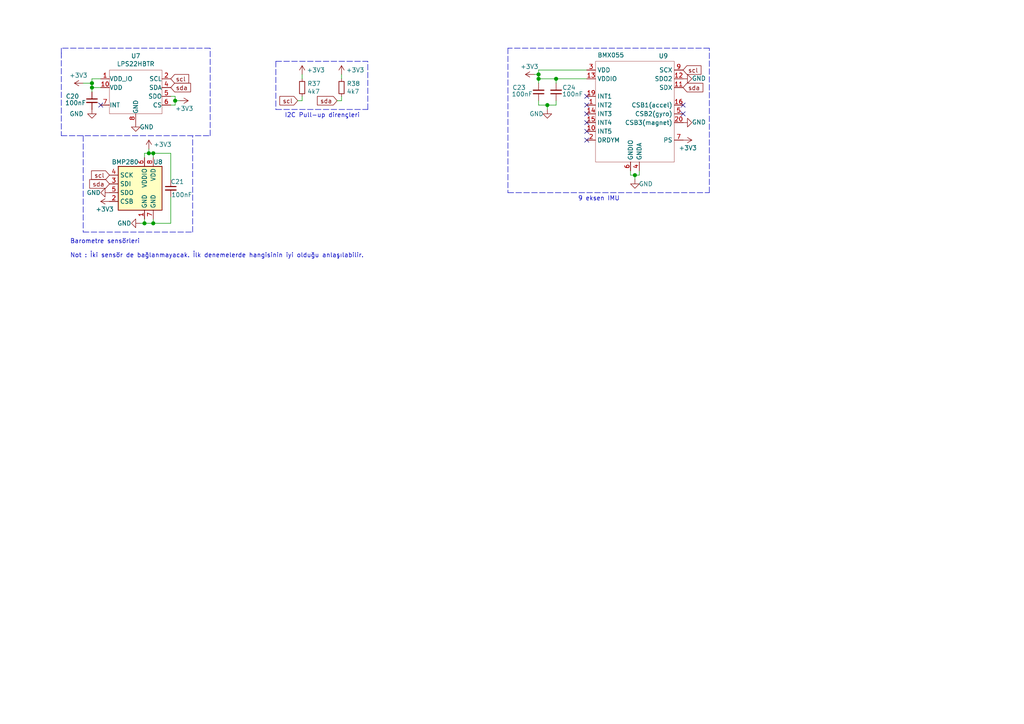
<source format=kicad_sch>
(kicad_sch (version 20201015) (generator eeschema)

  (page 1 8)

  (paper "A4")

  (lib_symbols
    (symbol "Device:C_Small" (pin_numbers hide) (pin_names (offset 0.254) hide) (in_bom yes) (on_board yes)
      (property "Reference" "C" (id 0) (at 0.254 1.778 0)
        (effects (font (size 1.27 1.27)) (justify left))
      )
      (property "Value" "C_Small" (id 1) (at 0.254 -2.032 0)
        (effects (font (size 1.27 1.27)) (justify left))
      )
      (property "Footprint" "" (id 2) (at 0 0 0)
        (effects (font (size 1.27 1.27)) hide)
      )
      (property "Datasheet" "~" (id 3) (at 0 0 0)
        (effects (font (size 1.27 1.27)) hide)
      )
      (property "ki_keywords" "capacitor cap" (id 4) (at 0 0 0)
        (effects (font (size 1.27 1.27)) hide)
      )
      (property "ki_description" "Unpolarized capacitor, small symbol" (id 5) (at 0 0 0)
        (effects (font (size 1.27 1.27)) hide)
      )
      (property "ki_fp_filters" "C_*" (id 6) (at 0 0 0)
        (effects (font (size 1.27 1.27)) hide)
      )
      (symbol "C_Small_0_1"
        (polyline
          (pts
            (xy -1.524 -0.508)
            (xy 1.524 -0.508)
          )
          (stroke (width 0.3302)) (fill (type none))
        )
        (polyline
          (pts
            (xy -1.524 0.508)
            (xy 1.524 0.508)
          )
          (stroke (width 0.3048)) (fill (type none))
        )
      )
      (symbol "C_Small_1_1"
        (pin passive line (at 0 2.54 270) (length 2.032)
          (name "~" (effects (font (size 1.27 1.27))))
          (number "1" (effects (font (size 1.27 1.27))))
        )
        (pin passive line (at 0 -2.54 90) (length 2.032)
          (name "~" (effects (font (size 1.27 1.27))))
          (number "2" (effects (font (size 1.27 1.27))))
        )
      )
    )
    (symbol "Device:R_Small" (pin_numbers hide) (pin_names (offset 0.254) hide) (in_bom yes) (on_board yes)
      (property "Reference" "R" (id 0) (at 0.762 0.508 0)
        (effects (font (size 1.27 1.27)) (justify left))
      )
      (property "Value" "R_Small" (id 1) (at 0.762 -1.016 0)
        (effects (font (size 1.27 1.27)) (justify left))
      )
      (property "Footprint" "" (id 2) (at 0 0 0)
        (effects (font (size 1.27 1.27)) hide)
      )
      (property "Datasheet" "~" (id 3) (at 0 0 0)
        (effects (font (size 1.27 1.27)) hide)
      )
      (property "ki_keywords" "R resistor" (id 4) (at 0 0 0)
        (effects (font (size 1.27 1.27)) hide)
      )
      (property "ki_description" "Resistor, small symbol" (id 5) (at 0 0 0)
        (effects (font (size 1.27 1.27)) hide)
      )
      (property "ki_fp_filters" "R_*" (id 6) (at 0 0 0)
        (effects (font (size 1.27 1.27)) hide)
      )
      (symbol "R_Small_0_1"
        (rectangle (start -0.762 1.778) (end 0.762 -1.778)
          (stroke (width 0.2032)) (fill (type none))
        )
      )
      (symbol "R_Small_1_1"
        (pin passive line (at 0 2.54 270) (length 0.762)
          (name "~" (effects (font (size 1.27 1.27))))
          (number "1" (effects (font (size 1.27 1.27))))
        )
        (pin passive line (at 0 -2.54 90) (length 0.762)
          (name "~" (effects (font (size 1.27 1.27))))
          (number "2" (effects (font (size 1.27 1.27))))
        )
      )
    )
    (symbol "KiCAD_Sch_Symbols_EO:BMX055" (in_bom yes) (on_board yes)
      (property "Reference" "U" (id 0) (at 7.62 16.51 0)
        (effects (font (size 1.27 1.27)))
      )
      (property "Value" "BMX055" (id 1) (at -7.62 16.51 0)
        (effects (font (size 1.27 1.27)))
      )
      (property "Footprint" "" (id 2) (at 0 0 0)
        (effects (font (size 1.27 1.27)) hide)
      )
      (property "Datasheet" "" (id 3) (at 0 0 0)
        (effects (font (size 1.27 1.27)) hide)
      )
      (symbol "BMX055_0_0"
        (pin unspecified line (at -13.97 2.54 0) (length 2.54)
          (name "INT2" (effects (font (size 1.27 1.27))))
          (number "1" (effects (font (size 1.27 1.27))))
        )
        (pin unspecified line (at -13.97 -7.62 0) (length 2.54)
          (name "DRDYM" (effects (font (size 1.27 1.27))))
          (number "2" (effects (font (size 1.27 1.27))))
        )
        (pin unspecified line (at -13.97 12.7 0) (length 2.54)
          (name "VDD" (effects (font (size 1.27 1.27))))
          (number "3" (effects (font (size 1.27 1.27))))
        )
        (pin unspecified line (at 1.27 -16.51 90) (length 2.54)
          (name "GNDA" (effects (font (size 1.27 1.27))))
          (number "4" (effects (font (size 1.27 1.27))))
        )
        (pin unspecified line (at 13.97 0 180) (length 2.54)
          (name "CSB2(gyro)" (effects (font (size 1.27 1.27))))
          (number "5" (effects (font (size 1.27 1.27))))
        )
        (pin unspecified line (at -1.27 -16.51 90) (length 2.54)
          (name "GNDIO" (effects (font (size 1.27 1.27))))
          (number "6" (effects (font (size 1.27 1.27))))
        )
        (pin unspecified line (at 13.97 -7.62 180) (length 2.54)
          (name "PS" (effects (font (size 1.27 1.27))))
          (number "7" (effects (font (size 1.27 1.27))))
        )
        (pin unconnected line (at 0 2.54 0) (length 2.54) hide
          (name "-" (effects (font (size 1.27 1.27))))
          (number "8" (effects (font (size 1.27 1.27))))
        )
        (pin unspecified line (at 13.97 12.7 180) (length 2.54)
          (name "SCX" (effects (font (size 1.27 1.27))))
          (number "9" (effects (font (size 1.27 1.27))))
        )
        (pin unspecified line (at -13.97 -5.08 0) (length 2.54)
          (name "INT5" (effects (font (size 1.27 1.27))))
          (number "10" (effects (font (size 1.27 1.27))))
        )
        (pin unspecified line (at 13.97 7.62 180) (length 2.54)
          (name "SDX" (effects (font (size 1.27 1.27))))
          (number "11" (effects (font (size 1.27 1.27))))
        )
        (pin unspecified line (at 13.97 10.16 180) (length 2.54)
          (name "SDO2" (effects (font (size 1.27 1.27))))
          (number "12" (effects (font (size 1.27 1.27))))
        )
        (pin unspecified line (at -13.97 10.16 0) (length 2.54)
          (name "VDDIO" (effects (font (size 1.27 1.27))))
          (number "13" (effects (font (size 1.27 1.27))))
        )
        (pin unspecified line (at -13.97 0 0) (length 2.54)
          (name "INT3" (effects (font (size 1.27 1.27))))
          (number "14" (effects (font (size 1.27 1.27))))
        )
        (pin unspecified line (at -13.97 -2.54 0) (length 2.54)
          (name "INT4" (effects (font (size 1.27 1.27))))
          (number "15" (effects (font (size 1.27 1.27))))
        )
        (pin unspecified line (at 13.97 2.54 180) (length 2.54)
          (name "CSB1(accel)" (effects (font (size 1.27 1.27))))
          (number "16" (effects (font (size 1.27 1.27))))
        )
        (pin unspecified line (at 13.97 10.16 180) (length 2.54) hide
          (name "SDO1" (effects (font (size 1.27 1.27))))
          (number "17" (effects (font (size 1.27 1.27))))
        )
        (pin unconnected line (at 0 3.81 0) (length 2.54) hide
          (name "-" (effects (font (size 1.27 1.27))))
          (number "18" (effects (font (size 1.27 1.27))))
        )
        (pin unspecified line (at -13.97 5.08 0) (length 2.54)
          (name "INT1" (effects (font (size 1.27 1.27))))
          (number "19" (effects (font (size 1.27 1.27))))
        )
        (pin unspecified line (at 13.97 -2.54 180) (length 2.54)
          (name "CSB3(magnet)" (effects (font (size 1.27 1.27))))
          (number "20" (effects (font (size 1.27 1.27))))
        )
      )
      (symbol "BMX055_0_1"
        (rectangle (start -11.43 15.24) (end 11.43 -13.97)
          (stroke (width 0.0006)) (fill (type none))
        )
      )
    )
    (symbol "KiCAD_Sch_Symbols_EO:LPS22HBTR" (pin_names (offset 0.002)) (in_bom yes) (on_board yes)
      (property "Reference" "U" (id 0) (at 6.35 8.89 0)
        (effects (font (size 1.27 1.27)))
      )
      (property "Value" "LPS22HBTR" (id 1) (at -2.54 8.89 0)
        (effects (font (size 1.27 1.27)))
      )
      (property "Footprint" "" (id 2) (at 0 0 0)
        (effects (font (size 1.27 1.27)) hide)
      )
      (property "Datasheet" "" (id 3) (at 0 0 0)
        (effects (font (size 1.27 1.27)) hide)
      )
      (symbol "LPS22HBTR_0_0"
        (pin unspecified line (at -10.16 5.08 0) (length 2.54)
          (name "VDD_IO" (effects (font (size 1.27 1.27))))
          (number "1" (effects (font (size 1.27 1.27))))
        )
        (pin unspecified line (at 10.16 5.08 180) (length 2.54)
          (name "SCL" (effects (font (size 1.27 1.27))))
          (number "2" (effects (font (size 1.27 1.27))))
        )
        (pin unspecified line (at 0 -7.62 90) (length 2.54) hide
          (name "-" (effects (font (size 1.27 1.27))))
          (number "3" (effects (font (size 1.27 1.27))))
        )
        (pin unspecified line (at 10.16 2.54 180) (length 2.54)
          (name "SDA" (effects (font (size 1.27 1.27))))
          (number "4" (effects (font (size 1.27 1.27))))
        )
        (pin unspecified line (at 10.16 0 180) (length 2.54)
          (name "SDO" (effects (font (size 1.27 1.27))))
          (number "5" (effects (font (size 1.27 1.27))))
        )
        (pin unspecified line (at 10.16 -2.54 180) (length 2.54)
          (name "CS" (effects (font (size 1.27 1.27))))
          (number "6" (effects (font (size 1.27 1.27))))
        )
        (pin unspecified line (at -10.16 -2.54 0) (length 2.54)
          (name "INT" (effects (font (size 1.27 1.27))))
          (number "7" (effects (font (size 1.27 1.27))))
        )
        (pin unspecified line (at 0 -7.62 90) (length 2.54)
          (name "GND" (effects (font (size 1.27 1.27))))
          (number "8" (effects (font (size 1.27 1.27))))
        )
        (pin unspecified line (at 0 -7.62 90) (length 2.54) hide
          (name "GND" (effects (font (size 1.27 1.27))))
          (number "9" (effects (font (size 1.27 1.27))))
        )
        (pin unspecified line (at -10.16 2.54 0) (length 2.54)
          (name "VDD" (effects (font (size 1.27 1.27))))
          (number "10" (effects (font (size 1.27 1.27))))
        )
      )
      (symbol "LPS22HBTR_0_1"
        (rectangle (start -7.62 7.62) (end 7.62 -5.08)
          (stroke (width 0.0006)) (fill (type none))
        )
      )
    )
    (symbol "Sensor_Pressure:BMP280" (in_bom yes) (on_board yes)
      (property "Reference" "U" (id 0) (at -7.62 10.16 0)
        (effects (font (size 1.27 1.27)) (justify left top))
      )
      (property "Value" "BMP280" (id 1) (at 5.08 10.16 0)
        (effects (font (size 1.27 1.27)) (justify left top))
      )
      (property "Footprint" "Package_LGA:Bosch_LGA-8_2x2.5mm_P0.65mm_ClockwisePinNumbering" (id 2) (at 0 -17.78 0)
        (effects (font (size 1.27 1.27)) hide)
      )
      (property "Datasheet" "https://ae-bst.resource.bosch.com/media/_tech/media/datasheets/BST-BMP280-DS001.pdf" (id 3) (at 0 0 0)
        (effects (font (size 1.27 1.27)) hide)
      )
      (property "ki_keywords" "I2C, SPI, pressure, temperature, sensor" (id 4) (at 0 0 0)
        (effects (font (size 1.27 1.27)) hide)
      )
      (property "ki_description" "Absolute Barometric Pressure Sensor, LGA-8" (id 5) (at 0 0 0)
        (effects (font (size 1.27 1.27)) hide)
      )
      (property "ki_fp_filters" "Bosch*LGA*2x2.5mm*P0.65mm*" (id 6) (at 0 0 0)
        (effects (font (size 1.27 1.27)) hide)
      )
      (symbol "BMP280_0_1"
        (rectangle (start -7.62 -5.08) (end 5.08 7.62)
          (stroke (width 0.254)) (fill (type background))
        )
      )
      (symbol "BMP280_1_1"
        (pin power_in line (at 0 -7.62 90) (length 2.54)
          (name "GND" (effects (font (size 1.27 1.27))))
          (number "1" (effects (font (size 1.27 1.27))))
        )
        (pin input line (at -10.16 -2.54 0) (length 2.54)
          (name "CSB" (effects (font (size 1.27 1.27))))
          (number "2" (effects (font (size 1.27 1.27))))
        )
        (pin bidirectional line (at -10.16 2.54 0) (length 2.54)
          (name "SDI" (effects (font (size 1.27 1.27))))
          (number "3" (effects (font (size 1.27 1.27))))
        )
        (pin input line (at -10.16 5.08 0) (length 2.54)
          (name "SCK" (effects (font (size 1.27 1.27))))
          (number "4" (effects (font (size 1.27 1.27))))
        )
        (pin bidirectional line (at -10.16 0 0) (length 2.54)
          (name "SDO" (effects (font (size 1.27 1.27))))
          (number "5" (effects (font (size 1.27 1.27))))
        )
        (pin power_in line (at 0 10.16 270) (length 2.54)
          (name "VDDIO" (effects (font (size 1.27 1.27))))
          (number "6" (effects (font (size 1.27 1.27))))
        )
        (pin power_in line (at 2.54 -7.62 90) (length 2.54)
          (name "GND" (effects (font (size 1.27 1.27))))
          (number "7" (effects (font (size 1.27 1.27))))
        )
        (pin power_in line (at 2.54 10.16 270) (length 2.54)
          (name "VDD" (effects (font (size 1.27 1.27))))
          (number "8" (effects (font (size 1.27 1.27))))
        )
      )
    )
    (symbol "power:+3V3" (power) (pin_names (offset 0)) (in_bom yes) (on_board yes)
      (property "Reference" "#PWR" (id 0) (at 0 -3.81 0)
        (effects (font (size 1.27 1.27)) hide)
      )
      (property "Value" "+3V3" (id 1) (at 0 3.556 0)
        (effects (font (size 1.27 1.27)))
      )
      (property "Footprint" "" (id 2) (at 0 0 0)
        (effects (font (size 1.27 1.27)) hide)
      )
      (property "Datasheet" "" (id 3) (at 0 0 0)
        (effects (font (size 1.27 1.27)) hide)
      )
      (property "ki_keywords" "power-flag" (id 4) (at 0 0 0)
        (effects (font (size 1.27 1.27)) hide)
      )
      (property "ki_description" "Power symbol creates a global label with name \"+3V3\"" (id 5) (at 0 0 0)
        (effects (font (size 1.27 1.27)) hide)
      )
      (symbol "+3V3_0_1"
        (polyline
          (pts
            (xy -0.762 1.27)
            (xy 0 2.54)
          )
          (stroke (width 0)) (fill (type none))
        )
        (polyline
          (pts
            (xy 0 0)
            (xy 0 2.54)
          )
          (stroke (width 0)) (fill (type none))
        )
        (polyline
          (pts
            (xy 0 2.54)
            (xy 0.762 1.27)
          )
          (stroke (width 0)) (fill (type none))
        )
      )
      (symbol "+3V3_1_1"
        (pin power_in line (at 0 0 90) (length 0) hide
          (name "+3V3" (effects (font (size 1.27 1.27))))
          (number "1" (effects (font (size 1.27 1.27))))
        )
      )
    )
    (symbol "power:GND" (power) (pin_names (offset 0)) (in_bom yes) (on_board yes)
      (property "Reference" "#PWR" (id 0) (at 0 -6.35 0)
        (effects (font (size 1.27 1.27)) hide)
      )
      (property "Value" "GND" (id 1) (at 0 -3.81 0)
        (effects (font (size 1.27 1.27)))
      )
      (property "Footprint" "" (id 2) (at 0 0 0)
        (effects (font (size 1.27 1.27)) hide)
      )
      (property "Datasheet" "" (id 3) (at 0 0 0)
        (effects (font (size 1.27 1.27)) hide)
      )
      (property "ki_keywords" "power-flag" (id 4) (at 0 0 0)
        (effects (font (size 1.27 1.27)) hide)
      )
      (property "ki_description" "Power symbol creates a global label with name \"GND\" , ground" (id 5) (at 0 0 0)
        (effects (font (size 1.27 1.27)) hide)
      )
      (symbol "GND_0_1"
        (polyline
          (pts
            (xy 0 0)
            (xy 0 -1.27)
            (xy 1.27 -1.27)
            (xy 0 -2.54)
            (xy -1.27 -1.27)
            (xy 0 -1.27)
          )
          (stroke (width 0)) (fill (type none))
        )
      )
      (symbol "GND_1_1"
        (pin power_in line (at 0 0 270) (length 0) hide
          (name "GND" (effects (font (size 1.27 1.27))))
          (number "1" (effects (font (size 1.27 1.27))))
        )
      )
    )
  )

  (junction (at 26.67 24.13) (diameter 1.016) (color 0 0 0 0))
  (junction (at 26.67 25.4) (diameter 1.016) (color 0 0 0 0))
  (junction (at 41.91 64.77) (diameter 1.016) (color 0 0 0 0))
  (junction (at 43.18 44.45) (diameter 1.016) (color 0 0 0 0))
  (junction (at 44.45 44.45) (diameter 1.016) (color 0 0 0 0))
  (junction (at 44.45 64.77) (diameter 1.016) (color 0 0 0 0))
  (junction (at 50.8 29.21) (diameter 1.016) (color 0 0 0 0))
  (junction (at 156.21 21.59) (diameter 1.016) (color 0 0 0 0))
  (junction (at 156.21 22.86) (diameter 1.016) (color 0 0 0 0))
  (junction (at 158.75 30.48) (diameter 1.016) (color 0 0 0 0))
  (junction (at 161.29 22.86) (diameter 1.016) (color 0 0 0 0))
  (junction (at 184.15 50.8) (diameter 1.016) (color 0 0 0 0))

  (no_connect (at 198.12 33.02))
  (no_connect (at 170.18 27.94))
  (no_connect (at 170.18 30.48))
  (no_connect (at 29.21 30.48))
  (no_connect (at 170.18 33.02))
  (no_connect (at 170.18 38.1))
  (no_connect (at 170.18 35.56))
  (no_connect (at 170.18 40.64))
  (no_connect (at 198.12 30.48))

  (wire (pts (xy 24.13 24.13) (xy 26.67 24.13))
    (stroke (width 0) (type solid) (color 0 0 0 0))
  )
  (wire (pts (xy 26.67 22.86) (xy 26.67 24.13))
    (stroke (width 0) (type solid) (color 0 0 0 0))
  )
  (wire (pts (xy 26.67 22.86) (xy 29.21 22.86))
    (stroke (width 0) (type solid) (color 0 0 0 0))
  )
  (wire (pts (xy 26.67 24.13) (xy 26.67 25.4))
    (stroke (width 0) (type solid) (color 0 0 0 0))
  )
  (wire (pts (xy 26.67 25.4) (xy 26.67 26.67))
    (stroke (width 0) (type solid) (color 0 0 0 0))
  )
  (wire (pts (xy 26.67 25.4) (xy 29.21 25.4))
    (stroke (width 0) (type solid) (color 0 0 0 0))
  )
  (wire (pts (xy 40.64 64.77) (xy 41.91 64.77))
    (stroke (width 0) (type solid) (color 0 0 0 0))
  )
  (wire (pts (xy 41.91 44.45) (xy 43.18 44.45))
    (stroke (width 0) (type solid) (color 0 0 0 0))
  )
  (wire (pts (xy 41.91 45.72) (xy 41.91 44.45))
    (stroke (width 0) (type solid) (color 0 0 0 0))
  )
  (wire (pts (xy 41.91 63.5) (xy 41.91 64.77))
    (stroke (width 0) (type solid) (color 0 0 0 0))
  )
  (wire (pts (xy 41.91 64.77) (xy 44.45 64.77))
    (stroke (width 0) (type solid) (color 0 0 0 0))
  )
  (wire (pts (xy 43.18 44.45) (xy 43.18 43.18))
    (stroke (width 0) (type solid) (color 0 0 0 0))
  )
  (wire (pts (xy 44.45 44.45) (xy 43.18 44.45))
    (stroke (width 0) (type solid) (color 0 0 0 0))
  )
  (wire (pts (xy 44.45 45.72) (xy 44.45 44.45))
    (stroke (width 0) (type solid) (color 0 0 0 0))
  )
  (wire (pts (xy 44.45 63.5) (xy 44.45 64.77))
    (stroke (width 0) (type solid) (color 0 0 0 0))
  )
  (wire (pts (xy 49.53 27.94) (xy 50.8 27.94))
    (stroke (width 0) (type solid) (color 0 0 0 0))
  )
  (wire (pts (xy 49.53 30.48) (xy 50.8 30.48))
    (stroke (width 0) (type solid) (color 0 0 0 0))
  )
  (wire (pts (xy 49.53 44.45) (xy 44.45 44.45))
    (stroke (width 0) (type solid) (color 0 0 0 0))
  )
  (wire (pts (xy 49.53 52.07) (xy 49.53 44.45))
    (stroke (width 0) (type solid) (color 0 0 0 0))
  )
  (wire (pts (xy 49.53 57.15) (xy 49.53 64.77))
    (stroke (width 0) (type solid) (color 0 0 0 0))
  )
  (wire (pts (xy 49.53 64.77) (xy 44.45 64.77))
    (stroke (width 0) (type solid) (color 0 0 0 0))
  )
  (wire (pts (xy 50.8 27.94) (xy 50.8 29.21))
    (stroke (width 0) (type solid) (color 0 0 0 0))
  )
  (wire (pts (xy 50.8 29.21) (xy 50.8 30.48))
    (stroke (width 0) (type solid) (color 0 0 0 0))
  )
  (wire (pts (xy 50.8 29.21) (xy 52.07 29.21))
    (stroke (width 0) (type solid) (color 0 0 0 0))
  )
  (wire (pts (xy 86.36 29.21) (xy 87.63 29.21))
    (stroke (width 0) (type solid) (color 0 0 0 0))
  )
  (wire (pts (xy 87.63 21.59) (xy 87.63 22.86))
    (stroke (width 0) (type solid) (color 0 0 0 0))
  )
  (wire (pts (xy 87.63 29.21) (xy 87.63 27.94))
    (stroke (width 0) (type solid) (color 0 0 0 0))
  )
  (wire (pts (xy 97.79 29.21) (xy 99.06 29.21))
    (stroke (width 0) (type solid) (color 0 0 0 0))
  )
  (wire (pts (xy 99.06 21.59) (xy 99.06 22.86))
    (stroke (width 0) (type solid) (color 0 0 0 0))
  )
  (wire (pts (xy 99.06 29.21) (xy 99.06 27.94))
    (stroke (width 0) (type solid) (color 0 0 0 0))
  )
  (wire (pts (xy 156.21 20.32) (xy 156.21 21.59))
    (stroke (width 0) (type solid) (color 0 0 0 0))
  )
  (wire (pts (xy 156.21 21.59) (xy 154.94 21.59))
    (stroke (width 0) (type solid) (color 0 0 0 0))
  )
  (wire (pts (xy 156.21 22.86) (xy 156.21 21.59))
    (stroke (width 0) (type solid) (color 0 0 0 0))
  )
  (wire (pts (xy 156.21 22.86) (xy 156.21 24.13))
    (stroke (width 0) (type solid) (color 0 0 0 0))
  )
  (wire (pts (xy 156.21 22.86) (xy 161.29 22.86))
    (stroke (width 0) (type solid) (color 0 0 0 0))
  )
  (wire (pts (xy 156.21 29.21) (xy 156.21 30.48))
    (stroke (width 0) (type solid) (color 0 0 0 0))
  )
  (wire (pts (xy 156.21 30.48) (xy 158.75 30.48))
    (stroke (width 0) (type solid) (color 0 0 0 0))
  )
  (wire (pts (xy 158.75 30.48) (xy 158.75 31.75))
    (stroke (width 0) (type solid) (color 0 0 0 0))
  )
  (wire (pts (xy 161.29 22.86) (xy 161.29 24.13))
    (stroke (width 0) (type solid) (color 0 0 0 0))
  )
  (wire (pts (xy 161.29 22.86) (xy 170.18 22.86))
    (stroke (width 0) (type solid) (color 0 0 0 0))
  )
  (wire (pts (xy 161.29 29.21) (xy 161.29 30.48))
    (stroke (width 0) (type solid) (color 0 0 0 0))
  )
  (wire (pts (xy 161.29 30.48) (xy 158.75 30.48))
    (stroke (width 0) (type solid) (color 0 0 0 0))
  )
  (wire (pts (xy 170.18 20.32) (xy 156.21 20.32))
    (stroke (width 0) (type solid) (color 0 0 0 0))
  )
  (wire (pts (xy 182.88 49.53) (xy 182.88 50.8))
    (stroke (width 0) (type solid) (color 0 0 0 0))
  )
  (wire (pts (xy 182.88 50.8) (xy 184.15 50.8))
    (stroke (width 0) (type solid) (color 0 0 0 0))
  )
  (wire (pts (xy 184.15 50.8) (xy 184.15 52.07))
    (stroke (width 0) (type solid) (color 0 0 0 0))
  )
  (wire (pts (xy 184.15 50.8) (xy 185.42 50.8))
    (stroke (width 0) (type solid) (color 0 0 0 0))
  )
  (wire (pts (xy 185.42 49.53) (xy 185.42 50.8))
    (stroke (width 0) (type solid) (color 0 0 0 0))
  )
  (polyline (pts (xy 17.78 13.97) (xy 17.78 16.51))
    (stroke (width 0) (type dash) (color 0 0 0 0))
  )
  (polyline (pts (xy 17.78 15.24) (xy 17.78 39.37))
    (stroke (width 0) (type dash) (color 0 0 0 0))
  )
  (polyline (pts (xy 17.78 39.37) (xy 60.96 39.37))
    (stroke (width 0) (type dash) (color 0 0 0 0))
  )
  (polyline (pts (xy 24.13 39.37) (xy 24.13 67.31))
    (stroke (width 0) (type dash) (color 0 0 0 0))
  )
  (polyline (pts (xy 24.13 67.31) (xy 55.88 67.31))
    (stroke (width 0) (type dash) (color 0 0 0 0))
  )
  (polyline (pts (xy 55.88 67.31) (xy 55.88 39.37))
    (stroke (width 0) (type dash) (color 0 0 0 0))
  )
  (polyline (pts (xy 60.96 13.97) (xy 17.78 13.97))
    (stroke (width 0) (type dash) (color 0 0 0 0))
  )
  (polyline (pts (xy 60.96 39.37) (xy 60.96 13.97))
    (stroke (width 0) (type dash) (color 0 0 0 0))
  )
  (polyline (pts (xy 80.01 17.78) (xy 80.01 31.75))
    (stroke (width 0) (type dash) (color 0 0 0 0))
  )
  (polyline (pts (xy 80.01 17.78) (xy 106.68 17.78))
    (stroke (width 0) (type dash) (color 0 0 0 0))
  )
  (polyline (pts (xy 80.01 31.75) (xy 106.68 31.75))
    (stroke (width 0) (type dash) (color 0 0 0 0))
  )
  (polyline (pts (xy 106.68 31.75) (xy 106.68 17.78))
    (stroke (width 0) (type dash) (color 0 0 0 0))
  )
  (polyline (pts (xy 147.32 13.97) (xy 147.32 55.88))
    (stroke (width 0) (type dash) (color 0 0 0 0))
  )
  (polyline (pts (xy 147.32 55.88) (xy 205.74 55.88))
    (stroke (width 0) (type dash) (color 0 0 0 0))
  )
  (polyline (pts (xy 205.74 13.97) (xy 147.32 13.97))
    (stroke (width 0) (type dash) (color 0 0 0 0))
  )
  (polyline (pts (xy 205.74 55.88) (xy 205.74 13.97))
    (stroke (width 0) (type dash) (color 0 0 0 0))
  )

  (text "Barometre sensörleri\n\nNot : İki sensör de bağlanmayacak. İlk denemelerde hangisinin iyi olduğu anlaşılabilir."
    (at 20.32 74.93 0)
    (effects (font (size 1.27 1.27)) (justify left bottom))
  )
  (text "I2C Pull-up dirençleri" (at 82.55 34.29 0)
    (effects (font (size 1.27 1.27)) (justify left bottom))
  )
  (text "9 eksen IMU" (at 167.64 58.42 0)
    (effects (font (size 1.27 1.27)) (justify left bottom))
  )

  (global_label "scl" (shape input) (at 31.75 50.8 180)    (property "Intersheet References" "${INTERSHEET_REFS}" (id 0) (at -68.58 1.27 0)
      (effects (font (size 1.27 1.27)) hide)
    )

    (effects (font (size 1.27 1.27)) (justify right))
  )
  (global_label "sda" (shape input) (at 31.75 53.34 180)    (property "Intersheet References" "${INTERSHEET_REFS}" (id 0) (at -68.58 1.27 0)
      (effects (font (size 1.27 1.27)) hide)
    )

    (effects (font (size 1.27 1.27)) (justify right))
  )
  (global_label "scl" (shape input) (at 49.53 22.86 0)    (property "Intersheet References" "${INTERSHEET_REFS}" (id 0) (at -45.72 -26.67 0)
      (effects (font (size 1.27 1.27)) hide)
    )

    (effects (font (size 1.27 1.27)) (justify left))
  )
  (global_label "sda" (shape input) (at 49.53 25.4 0)    (property "Intersheet References" "${INTERSHEET_REFS}" (id 0) (at -45.72 -26.67 0)
      (effects (font (size 1.27 1.27)) hide)
    )

    (effects (font (size 1.27 1.27)) (justify left))
  )
  (global_label "scl" (shape input) (at 86.36 29.21 180)    (property "Intersheet References" "${INTERSHEET_REFS}" (id 0) (at 79.641 29.1306 0)
      (effects (font (size 1.27 1.27)) (justify right) hide)
    )

    (effects (font (size 1.27 1.27)) (justify right))
  )
  (global_label "sda" (shape input) (at 97.79 29.21 180)    (property "Intersheet References" "${INTERSHEET_REFS}" (id 0) (at 90.5267 29.1306 0)
      (effects (font (size 1.27 1.27)) (justify right) hide)
    )

    (effects (font (size 1.27 1.27)) (justify right))
  )
  (global_label "scl" (shape input) (at 198.12 20.32 0)    (property "Intersheet References" "${INTERSHEET_REFS}" (id 0) (at 102.87 -29.21 0)
      (effects (font (size 1.27 1.27)) hide)
    )

    (effects (font (size 1.27 1.27)) (justify left))
  )
  (global_label "sda" (shape input) (at 198.12 25.4 0)    (property "Intersheet References" "${INTERSHEET_REFS}" (id 0) (at 102.87 -26.67 0)
      (effects (font (size 1.27 1.27)) hide)
    )

    (effects (font (size 1.27 1.27)) (justify left))
  )

  (symbol (lib_id "power:+3V3") (at 24.13 24.13 90) (unit 1)
    (in_bom yes) (on_board yes)
    (uuid "0419efb5-c5da-469e-90d3-ef5ff2479fb2")
    (property "Reference" "#PWR062" (id 0) (at 27.94 24.13 0)
      (effects (font (size 1.27 1.27)) hide)
    )
    (property "Value" "+3V3" (id 1) (at 25.3999 21.8567 90)
      (effects (font (size 1.27 1.27)) (justify left))
    )
    (property "Footprint" "" (id 2) (at 24.13 24.13 0)
      (effects (font (size 1.27 1.27)) hide)
    )
    (property "Datasheet" "" (id 3) (at 24.13 24.13 0)
      (effects (font (size 1.27 1.27)) hide)
    )
  )

  (symbol (lib_id "power:+3V3") (at 31.75 58.42 90) (mirror x) (unit 1)
    (in_bom yes) (on_board yes)
    (uuid "59ce109e-29e1-43fc-ab3f-041686e0ffd3")
    (property "Reference" "#PWR068" (id 0) (at 35.56 58.42 0)
      (effects (font (size 1.27 1.27)) hide)
    )
    (property "Value" "+3V3" (id 1) (at 33.0199 60.6933 90)
      (effects (font (size 1.27 1.27)) (justify left))
    )
    (property "Footprint" "" (id 2) (at 31.75 58.42 0)
      (effects (font (size 1.27 1.27)) hide)
    )
    (property "Datasheet" "" (id 3) (at 31.75 58.42 0)
      (effects (font (size 1.27 1.27)) hide)
    )
  )

  (symbol (lib_id "power:+3V3") (at 43.18 43.18 0) (mirror y) (unit 1)
    (in_bom yes) (on_board yes)
    (uuid "32a86fce-fe72-4c9a-9660-b92882348a97")
    (property "Reference" "#PWR070" (id 0) (at 43.18 46.99 0)
      (effects (font (size 1.27 1.27)) hide)
    )
    (property "Value" "+3V3" (id 1) (at 49.7967 41.9099 0)
      (effects (font (size 1.27 1.27)) (justify left))
    )
    (property "Footprint" "" (id 2) (at 43.18 43.18 0)
      (effects (font (size 1.27 1.27)) hide)
    )
    (property "Datasheet" "" (id 3) (at 43.18 43.18 0)
      (effects (font (size 1.27 1.27)) hide)
    )
  )

  (symbol (lib_id "power:+3V3") (at 52.07 29.21 270) (unit 1)
    (in_bom yes) (on_board yes)
    (uuid "0268ebce-6511-4470-ad3f-dcf3cd30a055")
    (property "Reference" "#PWR065" (id 0) (at 48.26 29.21 0)
      (effects (font (size 1.27 1.27)) hide)
    )
    (property "Value" "+3V3" (id 1) (at 50.8001 31.4833 90)
      (effects (font (size 1.27 1.27)) (justify left))
    )
    (property "Footprint" "" (id 2) (at 52.07 29.21 0)
      (effects (font (size 1.27 1.27)) hide)
    )
    (property "Datasheet" "" (id 3) (at 52.07 29.21 0)
      (effects (font (size 1.27 1.27)) hide)
    )
  )

  (symbol (lib_id "power:+3V3") (at 87.63 21.59 0) (mirror y) (unit 1)
    (in_bom yes) (on_board yes)
    (uuid "e24efd5f-6b96-42f6-8f34-73ebc3c24e34")
    (property "Reference" "#PWR066" (id 0) (at 87.63 25.4 0)
      (effects (font (size 1.27 1.27)) hide)
    )
    (property "Value" "+3V3" (id 1) (at 94.2467 20.3199 0)
      (effects (font (size 1.27 1.27)) (justify left))
    )
    (property "Footprint" "" (id 2) (at 87.63 21.59 0)
      (effects (font (size 1.27 1.27)) hide)
    )
    (property "Datasheet" "" (id 3) (at 87.63 21.59 0)
      (effects (font (size 1.27 1.27)) hide)
    )
  )

  (symbol (lib_id "power:+3V3") (at 99.06 21.59 0) (mirror y) (unit 1)
    (in_bom yes) (on_board yes)
    (uuid "05976970-bd91-40f6-9279-4892374da341")
    (property "Reference" "#PWR071" (id 0) (at 99.06 25.4 0)
      (effects (font (size 1.27 1.27)) hide)
    )
    (property "Value" "+3V3" (id 1) (at 105.6767 20.3199 0)
      (effects (font (size 1.27 1.27)) (justify left))
    )
    (property "Footprint" "" (id 2) (at 99.06 21.59 0)
      (effects (font (size 1.27 1.27)) hide)
    )
    (property "Datasheet" "" (id 3) (at 99.06 21.59 0)
      (effects (font (size 1.27 1.27)) hide)
    )
  )

  (symbol (lib_id "power:+3V3") (at 154.94 21.59 90) (unit 1)
    (in_bom yes) (on_board yes)
    (uuid "b26e257f-c894-4c1b-bcd3-e4cd4645ba2f")
    (property "Reference" "#PWR072" (id 0) (at 158.75 21.59 0)
      (effects (font (size 1.27 1.27)) hide)
    )
    (property "Value" "+3V3" (id 1) (at 156.2099 19.3167 90)
      (effects (font (size 1.27 1.27)) (justify left))
    )
    (property "Footprint" "" (id 2) (at 154.94 21.59 0)
      (effects (font (size 1.27 1.27)) hide)
    )
    (property "Datasheet" "" (id 3) (at 154.94 21.59 0)
      (effects (font (size 1.27 1.27)) hide)
    )
  )

  (symbol (lib_id "power:+3V3") (at 198.12 40.64 270) (unit 1)
    (in_bom yes) (on_board yes)
    (uuid "adeb618b-df8c-4a44-a207-6295eaa4fe65")
    (property "Reference" "#PWR077" (id 0) (at 194.31 40.64 0)
      (effects (font (size 1.27 1.27)) hide)
    )
    (property "Value" "+3V3" (id 1) (at 196.8501 42.9133 90)
      (effects (font (size 1.27 1.27)) (justify left))
    )
    (property "Footprint" "" (id 2) (at 198.12 40.64 0)
      (effects (font (size 1.27 1.27)) hide)
    )
    (property "Datasheet" "" (id 3) (at 198.12 40.64 0)
      (effects (font (size 1.27 1.27)) hide)
    )
  )

  (symbol (lib_id "power:GND") (at 26.67 31.75 0) (unit 1)
    (in_bom yes) (on_board yes)
    (uuid "5000662c-a085-44b6-9167-54272e82074c")
    (property "Reference" "#PWR063" (id 0) (at 26.67 38.1 0)
      (effects (font (size 1.27 1.27)) hide)
    )
    (property "Value" "GND" (id 1) (at 24.2443 33.0201 0)
      (effects (font (size 1.27 1.27)) (justify right))
    )
    (property "Footprint" "" (id 2) (at 26.67 31.75 0)
      (effects (font (size 1.27 1.27)) hide)
    )
    (property "Datasheet" "" (id 3) (at 26.67 31.75 0)
      (effects (font (size 1.27 1.27)) hide)
    )
  )

  (symbol (lib_id "power:GND") (at 31.75 55.88 270) (unit 1)
    (in_bom yes) (on_board yes)
    (uuid "5425f317-6b37-41a7-8e14-88bcaf3b6e59")
    (property "Reference" "#PWR067" (id 0) (at 25.4 55.88 0)
      (effects (font (size 1.27 1.27)) hide)
    )
    (property "Value" "GND" (id 1) (at 29.21 55.88 90)
      (effects (font (size 1.27 1.27)) (justify right))
    )
    (property "Footprint" "" (id 2) (at 31.75 55.88 0)
      (effects (font (size 1.27 1.27)) hide)
    )
    (property "Datasheet" "" (id 3) (at 31.75 55.88 0)
      (effects (font (size 1.27 1.27)) hide)
    )
  )

  (symbol (lib_id "power:GND") (at 39.37 35.56 0) (unit 1)
    (in_bom yes) (on_board yes)
    (uuid "8143281c-fa5a-4e30-82c0-e1cbc170349b")
    (property "Reference" "#PWR064" (id 0) (at 39.37 41.91 0)
      (effects (font (size 1.27 1.27)) hide)
    )
    (property "Value" "GND" (id 1) (at 44.5643 36.8301 0)
      (effects (font (size 1.27 1.27)) (justify right))
    )
    (property "Footprint" "" (id 2) (at 39.37 35.56 0)
      (effects (font (size 1.27 1.27)) hide)
    )
    (property "Datasheet" "" (id 3) (at 39.37 35.56 0)
      (effects (font (size 1.27 1.27)) hide)
    )
  )

  (symbol (lib_id "power:GND") (at 40.64 64.77 270) (unit 1)
    (in_bom yes) (on_board yes)
    (uuid "611b1329-8353-42a4-9d0b-291148d1d7ff")
    (property "Reference" "#PWR069" (id 0) (at 34.29 64.77 0)
      (effects (font (size 1.27 1.27)) hide)
    )
    (property "Value" "GND" (id 1) (at 38.1 64.77 90)
      (effects (font (size 1.27 1.27)) (justify right))
    )
    (property "Footprint" "" (id 2) (at 40.64 64.77 0)
      (effects (font (size 1.27 1.27)) hide)
    )
    (property "Datasheet" "" (id 3) (at 40.64 64.77 0)
      (effects (font (size 1.27 1.27)) hide)
    )
  )

  (symbol (lib_id "power:GND") (at 158.75 31.75 0) (mirror y) (unit 1)
    (in_bom yes) (on_board yes)
    (uuid "2d24c957-42a1-4647-8fdc-563ca185e2e8")
    (property "Reference" "#PWR073" (id 0) (at 158.75 38.1 0)
      (effects (font (size 1.27 1.27)) hide)
    )
    (property "Value" "GND" (id 1) (at 153.5557 33.0201 0)
      (effects (font (size 1.27 1.27)) (justify right))
    )
    (property "Footprint" "" (id 2) (at 158.75 31.75 0)
      (effects (font (size 1.27 1.27)) hide)
    )
    (property "Datasheet" "" (id 3) (at 158.75 31.75 0)
      (effects (font (size 1.27 1.27)) hide)
    )
  )

  (symbol (lib_id "power:GND") (at 184.15 52.07 0) (unit 1)
    (in_bom yes) (on_board yes)
    (uuid "0310103a-0b71-4c47-b4cc-beb37f02774f")
    (property "Reference" "#PWR074" (id 0) (at 184.15 58.42 0)
      (effects (font (size 1.27 1.27)) hide)
    )
    (property "Value" "GND" (id 1) (at 189.3443 53.3401 0)
      (effects (font (size 1.27 1.27)) (justify right))
    )
    (property "Footprint" "" (id 2) (at 184.15 52.07 0)
      (effects (font (size 1.27 1.27)) hide)
    )
    (property "Datasheet" "" (id 3) (at 184.15 52.07 0)
      (effects (font (size 1.27 1.27)) hide)
    )
  )

  (symbol (lib_id "power:GND") (at 198.12 22.86 90) (unit 1)
    (in_bom yes) (on_board yes)
    (uuid "b349e674-a410-420c-83b8-11399a6b8c2f")
    (property "Reference" "#PWR075" (id 0) (at 204.47 22.86 0)
      (effects (font (size 1.27 1.27)) hide)
    )
    (property "Value" "GND" (id 1) (at 200.6601 22.7457 90)
      (effects (font (size 1.27 1.27)) (justify right))
    )
    (property "Footprint" "" (id 2) (at 198.12 22.86 0)
      (effects (font (size 1.27 1.27)) hide)
    )
    (property "Datasheet" "" (id 3) (at 198.12 22.86 0)
      (effects (font (size 1.27 1.27)) hide)
    )
  )

  (symbol (lib_id "power:GND") (at 198.12 35.56 90) (unit 1)
    (in_bom yes) (on_board yes)
    (uuid "b9541618-a2fa-49b8-b2cb-3760c4c64598")
    (property "Reference" "#PWR076" (id 0) (at 204.47 35.56 0)
      (effects (font (size 1.27 1.27)) hide)
    )
    (property "Value" "GND" (id 1) (at 200.6601 35.4457 90)
      (effects (font (size 1.27 1.27)) (justify right))
    )
    (property "Footprint" "" (id 2) (at 198.12 35.56 0)
      (effects (font (size 1.27 1.27)) hide)
    )
    (property "Datasheet" "" (id 3) (at 198.12 35.56 0)
      (effects (font (size 1.27 1.27)) hide)
    )
  )

  (symbol (lib_id "Device:R_Small") (at 87.63 25.4 0) (unit 1)
    (in_bom yes) (on_board yes)
    (uuid "5c8ad9a0-32c1-4746-833f-a48e19a4c47c")
    (property "Reference" "R37" (id 0) (at 89.1287 24.2506 0)
      (effects (font (size 1.27 1.27)) (justify left))
    )
    (property "Value" "4k7" (id 1) (at 89.129 26.549 0)
      (effects (font (size 1.27 1.27)) (justify left))
    )
    (property "Footprint" "Resistor_SMD:R_0402_1005Metric" (id 2) (at 87.63 25.4 0)
      (effects (font (size 1.27 1.27)) hide)
    )
    (property "Datasheet" "~" (id 3) (at 87.63 25.4 0)
      (effects (font (size 1.27 1.27)) hide)
    )
  )

  (symbol (lib_id "Device:R_Small") (at 99.06 25.4 0) (unit 1)
    (in_bom yes) (on_board yes)
    (uuid "1cfc0027-f53a-4191-9014-b1f61adab869")
    (property "Reference" "R38" (id 0) (at 100.5587 24.2506 0)
      (effects (font (size 1.27 1.27)) (justify left))
    )
    (property "Value" "4k7" (id 1) (at 100.559 26.549 0)
      (effects (font (size 1.27 1.27)) (justify left))
    )
    (property "Footprint" "Resistor_SMD:R_0402_1005Metric" (id 2) (at 99.06 25.4 0)
      (effects (font (size 1.27 1.27)) hide)
    )
    (property "Datasheet" "~" (id 3) (at 99.06 25.4 0)
      (effects (font (size 1.27 1.27)) hide)
    )
  )

  (symbol (lib_id "Device:C_Small") (at 26.67 29.21 0) (mirror y) (unit 1)
    (in_bom yes) (on_board yes)
    (uuid "4ce452bc-366d-44f1-a6a1-41692ede48d3")
    (property "Reference" "C20" (id 0) (at 21.0123 27.94 0))
    (property "Value" "100nF" (id 1) (at 21.889 29.845 0))
    (property "Footprint" "Capacitor_SMD:C_0402_1005Metric" (id 2) (at 26.67 29.21 0)
      (effects (font (size 1.27 1.27)) hide)
    )
    (property "Datasheet" "~" (id 3) (at 26.67 29.21 0)
      (effects (font (size 1.27 1.27)) hide)
    )
  )

  (symbol (lib_id "Device:C_Small") (at 49.53 54.61 0) (unit 1)
    (in_bom yes) (on_board yes)
    (uuid "66f86005-4417-47de-b923-7be26057e099")
    (property "Reference" "C21" (id 0) (at 51.435 52.705 0))
    (property "Value" "100nF" (id 1) (at 52.705 56.515 0))
    (property "Footprint" "Capacitor_SMD:C_0402_1005Metric" (id 2) (at 49.53 54.61 0)
      (effects (font (size 1.27 1.27)) hide)
    )
    (property "Datasheet" "~" (id 3) (at 49.53 54.61 0)
      (effects (font (size 1.27 1.27)) hide)
    )
  )

  (symbol (lib_id "Device:C_Small") (at 156.21 26.67 180) (unit 1)
    (in_bom yes) (on_board yes)
    (uuid "6c3dc88e-57d9-4fc0-8cbd-c306abe6e436")
    (property "Reference" "C23" (id 0) (at 150.5523 25.4 0))
    (property "Value" "100nF" (id 1) (at 151.429 27.305 0))
    (property "Footprint" "Capacitor_SMD:C_0402_1005Metric" (id 2) (at 156.21 26.67 0)
      (effects (font (size 1.27 1.27)) hide)
    )
    (property "Datasheet" "~" (id 3) (at 156.21 26.67 0)
      (effects (font (size 1.27 1.27)) hide)
    )
  )

  (symbol (lib_id "Device:C_Small") (at 161.29 26.67 0) (mirror x) (unit 1)
    (in_bom yes) (on_board yes)
    (uuid "a03cf4b3-5b10-47c8-ba08-3a5a71de47e8")
    (property "Reference" "C24" (id 0) (at 165.0427 25.4 0))
    (property "Value" "100nF" (id 1) (at 166.071 27.305 0))
    (property "Footprint" "Capacitor_SMD:C_0402_1005Metric" (id 2) (at 161.29 26.67 0)
      (effects (font (size 1.27 1.27)) hide)
    )
    (property "Datasheet" "~" (id 3) (at 161.29 26.67 0)
      (effects (font (size 1.27 1.27)) hide)
    )
  )

  (symbol (lib_id "Sensor_Pressure:BMP280") (at 41.91 55.88 0) (unit 1)
    (in_bom yes) (on_board yes)
    (uuid "9e7a4e14-f49a-4965-b69e-9e70fd151371")
    (property "Reference" "U8" (id 0) (at 44.45 46.99 0)
      (effects (font (size 1.27 1.27)) (justify left))
    )
    (property "Value" "BMP280" (id 1) (at 32.385 46.99 0)
      (effects (font (size 1.27 1.27)) (justify left))
    )
    (property "Footprint" "Package_LGA:Bosch_LGA-8_2x2.5mm_P0.65mm_ClockwisePinNumbering" (id 2) (at 41.91 73.66 0)
      (effects (font (size 1.27 1.27)) hide)
    )
    (property "Datasheet" "https://ae-bst.resource.bosch.com/media/_tech/media/datasheets/BST-BMP280-DS001.pdf" (id 3) (at 41.91 55.88 0)
      (effects (font (size 1.27 1.27)) hide)
    )
  )

  (symbol (lib_id "KiCAD_Sch_Symbols_EO:LPS22HBTR") (at 39.37 27.94 0) (unit 1)
    (in_bom yes) (on_board yes)
    (uuid "b4d6bbb1-fbc9-4b01-8595-13465f8f9dcd")
    (property "Reference" "U7" (id 0) (at 39.37 16.2365 0))
    (property "Value" "LPS22HBTR" (id 1) (at 39.37 18.5352 0))
    (property "Footprint" "KiCAD_Footprints_EO:LPS22HB" (id 2) (at 39.37 27.94 0)
      (effects (font (size 1.27 1.27)) hide)
    )
    (property "Datasheet" "" (id 3) (at 39.37 27.94 0)
      (effects (font (size 1.27 1.27)) hide)
    )
  )

  (symbol (lib_id "KiCAD_Sch_Symbols_EO:BMX055") (at 184.15 33.02 0) (unit 1)
    (in_bom yes) (on_board yes)
    (uuid "745a7f67-f943-4d37-8687-90a76674cb8c")
    (property "Reference" "U9" (id 0) (at 192.405 16.2365 0))
    (property "Value" "BMX055" (id 1) (at 177.165 15.9952 0))
    (property "Footprint" "KiCAD_Footprints_EO:BMX055" (id 2) (at 184.15 33.02 0)
      (effects (font (size 1.27 1.27)) hide)
    )
    (property "Datasheet" "" (id 3) (at 184.15 33.02 0)
      (effects (font (size 1.27 1.27)) hide)
    )
  )
)

</source>
